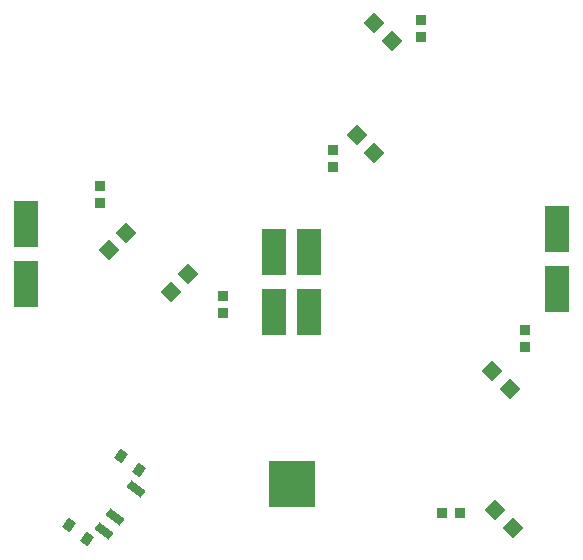
<source format=gtp>
G04*
G04 #@! TF.GenerationSoftware,Altium Limited,Altium Designer,23.1.1 (15)*
G04*
G04 Layer_Color=8421504*
%FSLAX23Y23*%
%MOIN*%
G70*
G04*
G04 #@! TF.SameCoordinates,7DB063E5-64DA-4751-B351-23BD0CB7D004*
G04*
G04*
G04 #@! TF.FilePolarity,Positive*
G04*
G01*
G75*
%ADD13R,0.156X0.156*%
G04:AMPARAMS|DCode=14|XSize=28mil|YSize=59mil|CornerRadius=0mil|HoleSize=0mil|Usage=FLASHONLY|Rotation=233.000|XOffset=0mil|YOffset=0mil|HoleType=Round|Shape=Rectangle|*
%AMROTATEDRECTD14*
4,1,4,-0.015,0.029,0.032,-0.007,0.015,-0.029,-0.032,0.007,-0.015,0.029,0.0*
%
%ADD14ROTATEDRECTD14*%

G04:AMPARAMS|DCode=15|XSize=39mil|YSize=31mil|CornerRadius=0mil|HoleSize=0mil|Usage=FLASHONLY|Rotation=233.000|XOffset=0mil|YOffset=0mil|HoleType=Round|Shape=Rectangle|*
%AMROTATEDRECTD15*
4,1,4,-0.001,0.025,0.024,0.006,0.001,-0.025,-0.024,-0.006,-0.001,0.025,0.0*
%
%ADD15ROTATEDRECTD15*%

%ADD16R,0.038X0.037*%
%ADD17R,0.079X0.157*%
%ADD18P,0.067X4X360.0*%
%ADD19P,0.067X4X90.0*%
%ADD20R,0.037X0.038*%
D13*
X945Y236D02*
D03*
D14*
X356Y124D02*
D03*
X321Y77D02*
D03*
X427Y218D02*
D03*
D15*
X436Y281D02*
D03*
X263Y51D02*
D03*
X375Y327D02*
D03*
X202Y97D02*
D03*
D16*
X1722Y747D02*
D03*
Y690D02*
D03*
X1083Y1347D02*
D03*
Y1291D02*
D03*
X718Y861D02*
D03*
Y805D02*
D03*
X305Y1173D02*
D03*
Y1229D02*
D03*
X1378Y1780D02*
D03*
Y1724D02*
D03*
D17*
X1004Y807D02*
D03*
Y1007D02*
D03*
X886Y807D02*
D03*
Y1007D02*
D03*
X1831Y1086D02*
D03*
Y886D02*
D03*
X59Y902D02*
D03*
Y1102D02*
D03*
D18*
X1279Y1713D02*
D03*
X1220Y1772D02*
D03*
Y1339D02*
D03*
X1162Y1397D02*
D03*
X1683Y89D02*
D03*
X1624Y147D02*
D03*
X1673Y552D02*
D03*
X1614Y610D02*
D03*
D19*
X600Y935D02*
D03*
X542Y876D02*
D03*
X335Y1014D02*
D03*
X393Y1073D02*
D03*
D20*
X1505Y138D02*
D03*
X1448D02*
D03*
M02*

</source>
